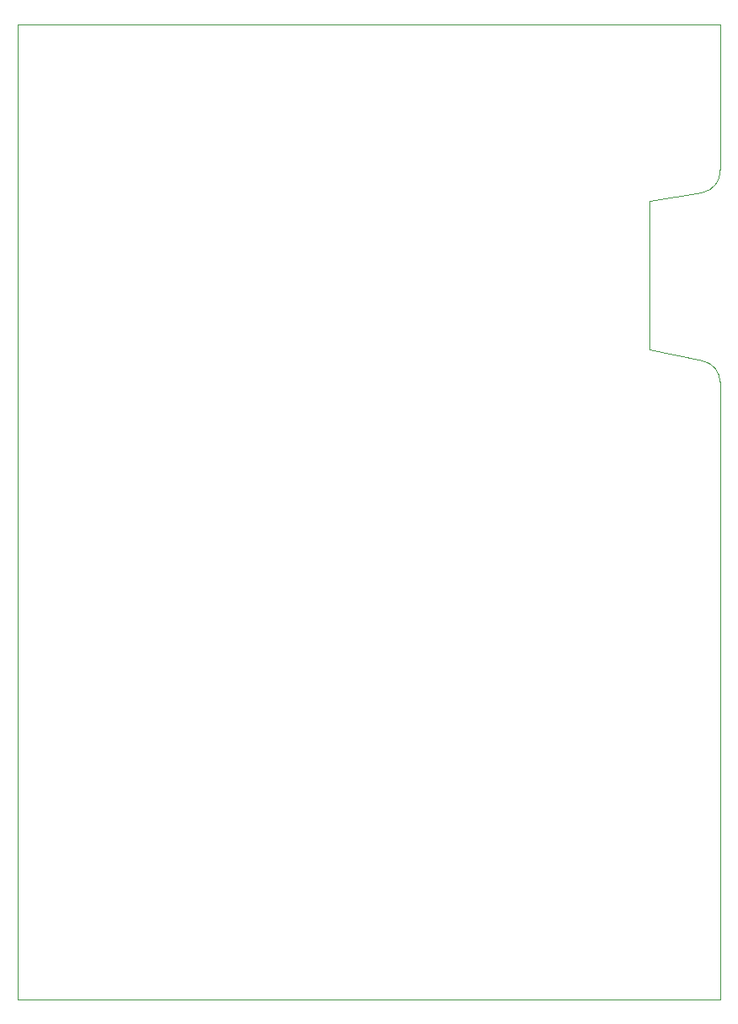
<source format=gbr>
G04 #@! TF.GenerationSoftware,KiCad,Pcbnew,(5.1.4)-1*
G04 #@! TF.CreationDate,2019-11-28T17:08:10+08:00*
G04 #@! TF.ProjectId,FH26W-45S-0.3SHW,46483236-572d-4343-9553-2d302e335348,rev?*
G04 #@! TF.SameCoordinates,Original*
G04 #@! TF.FileFunction,Profile,NP*
%FSLAX46Y46*%
G04 Gerber Fmt 4.6, Leading zero omitted, Abs format (unit mm)*
G04 Created by KiCad (PCBNEW (5.1.4)-1) date 2019-11-28 17:08:10*
%MOMM*%
%LPD*%
G04 APERTURE LIST*
%ADD10C,0.050000*%
G04 APERTURE END LIST*
D10*
X159400000Y-25400000D02*
X159400000Y-40000000D01*
X152300000Y-43090000D02*
X157590000Y-42290000D01*
X159401766Y-40000078D02*
G75*
G02X157590000Y-42290000I-2174632J-141138D01*
G01*
X152300000Y-58060000D02*
X157619424Y-59163094D01*
X157619424Y-59163094D02*
G75*
G02X159400000Y-61270000I-398784J-2142866D01*
G01*
X159400000Y-61270000D02*
X159400000Y-123200000D01*
X152300000Y-43090000D02*
X152300000Y-58060000D01*
X159400000Y-123200000D02*
X88900000Y-123200000D01*
X88900000Y-25400000D02*
X159400000Y-25400000D01*
X88900000Y-25400000D02*
X88900000Y-123200000D01*
M02*

</source>
